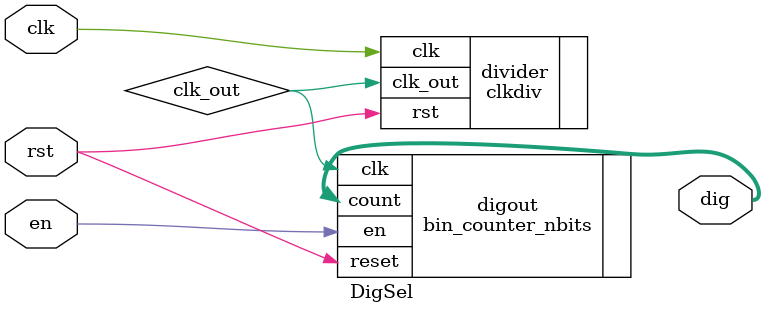
<source format=v>
`timescale 1ns / 1ps



module DigSel(clk, rst, en, dig);
    input clk;
    input rst;
    input en;
    output [1:0] dig;
    wire clk_out;
    clkdiv #(250000) divider(.clk(clk), .rst(rst), .clk_out(clk_out));
    bin_counter_nbits #(2, 4) digout( .clk(clk_out), .reset(rst), .en(en), .count(dig));
endmodule

</source>
